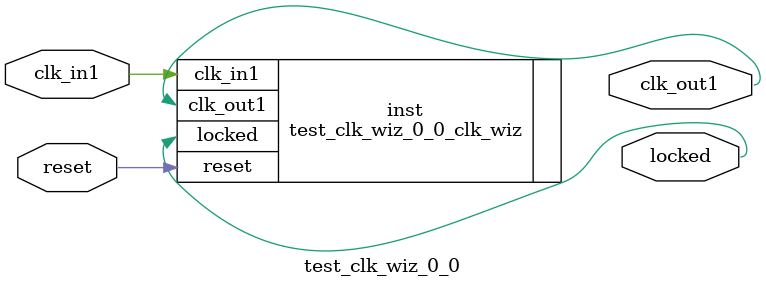
<source format=v>


`timescale 1ps/1ps

(* CORE_GENERATION_INFO = "test_clk_wiz_0_0,clk_wiz_v6_0_3_0_0,{component_name=test_clk_wiz_0_0,use_phase_alignment=true,use_min_o_jitter=true,use_max_i_jitter=false,use_dyn_phase_shift=false,use_inclk_switchover=false,use_dyn_reconfig=false,enable_axi=0,feedback_source=FDBK_AUTO,PRIMITIVE=MMCM,num_out_clk=1,clkin1_period=10.000,clkin2_period=10.000,use_power_down=false,use_reset=true,use_locked=true,use_inclk_stopped=false,feedback_type=SINGLE,CLOCK_MGR_TYPE=NA,manual_override=false}" *)

module test_clk_wiz_0_0 
 (
  // Clock out ports
  output        clk_out1,
  // Status and control signals
  input         reset,
  output        locked,
 // Clock in ports
  input         clk_in1
 );

  test_clk_wiz_0_0_clk_wiz inst
  (
  // Clock out ports  
  .clk_out1(clk_out1),
  // Status and control signals               
  .reset(reset), 
  .locked(locked),
 // Clock in ports
  .clk_in1(clk_in1)
  );

endmodule

</source>
